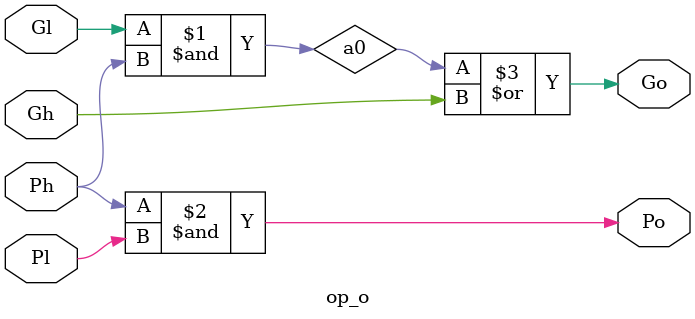
<source format=v>
/*
 This module implements the "o" operation in prefix carry aggregation, which is often shown as a filled black square in diagrams
 it takes two pairs of Generate and Propagate signals and outputs the aggregated pair
 (Go, Po) = (Gh, Ph) o (Gl, Pl), where:
 . Go = Gh |(Gl & Ph)
 . Po = Ph & Pl
 
 the "o" operation has the following properties:
 . (X3 o X2) o X1 = X3 o (X2 o X1)
 . (X2 o X1) o X1 = X2 o X1
 . (X2 o X1) o X2 = X2 o X1
 
 which makes it possible to design tree-like carry generation networks using partial results
 */
module op_o (input Gh,
             inout Ph,
             input Gl,
             input Pl,
             output Go,
             output Po);
    wire a0;
    and and0(a0,Gl,Ph);
    and and1(Po,Ph,Pl);
    or or0(Go,a0,Gh);
endmodule

</source>
